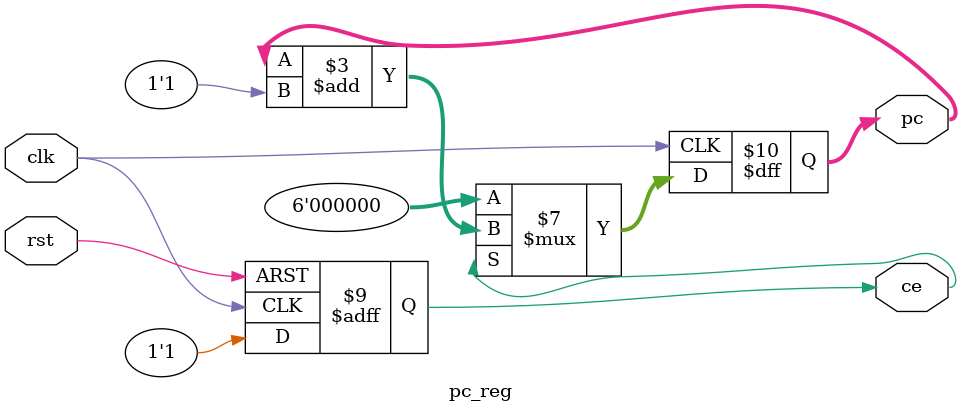
<source format=v>
module pc_reg(

    input   wire                                        clk,
    input wire                                      rst,
    
    output reg[5:0]         pc,
    output reg                    ce
    
);

    always @ (posedge clk) begin
        if (ce == 1'b0) begin
            pc <= 6'h00;
        end else begin
            pc <= pc + 1'b1;
        end
    end
    
    always @ (posedge clk or posedge rst) begin
        if (rst == 1'b1) begin
            ce <= 1'b0;
        end else begin
            ce <= 1'b1;
        end
    end

endmodule
</source>
